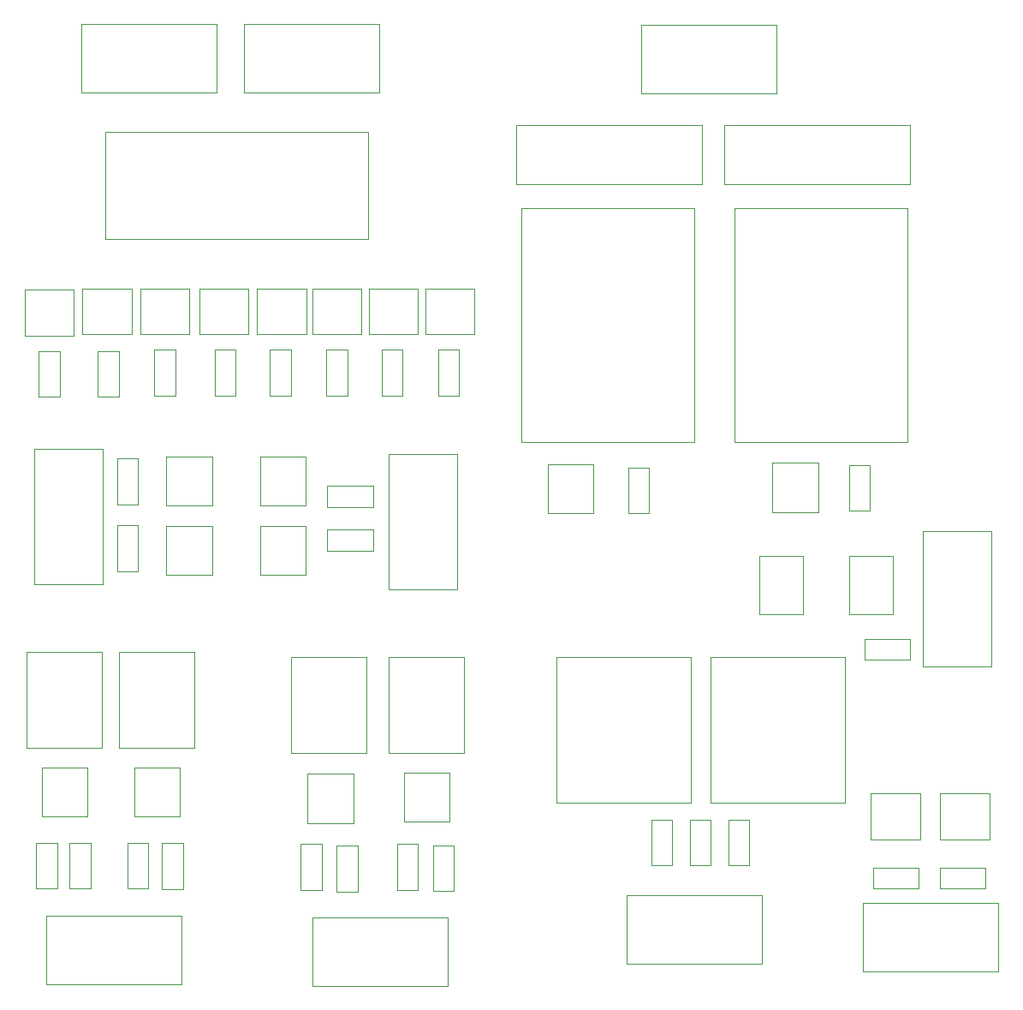
<source format=gbr>
%TF.GenerationSoftware,KiCad,Pcbnew,(5.1.10)-1*%
%TF.CreationDate,2022-03-14T15:34:22+00:00*%
%TF.ProjectId,testing_board,74657374-696e-4675-9f62-6f6172642e6b,rev?*%
%TF.SameCoordinates,Original*%
%TF.FileFunction,Other,User*%
%FSLAX46Y46*%
G04 Gerber Fmt 4.6, Leading zero omitted, Abs format (unit mm)*
G04 Created by KiCad (PCBNEW (5.1.10)-1) date 2022-03-14 15:34:22*
%MOMM*%
%LPD*%
G01*
G04 APERTURE LIST*
%ADD10C,0.050000*%
G04 APERTURE END LIST*
D10*
%TO.C,J8*%
X40096000Y-91623000D02*
X53496000Y-91623000D01*
X40096000Y-84873000D02*
X40096000Y-91623000D01*
X53496000Y-84873000D02*
X40096000Y-84873000D01*
X53496000Y-91623000D02*
X53496000Y-84873000D01*
%TO.C,D1*%
X55916000Y-158860000D02*
X55916000Y-163710000D01*
X60416000Y-158860000D02*
X55916000Y-158860000D01*
X60416000Y-163710000D02*
X60416000Y-158860000D01*
X55916000Y-163710000D02*
X60416000Y-163710000D01*
%TO.C,D2*%
X46391000Y-163837000D02*
X50891000Y-163837000D01*
X50891000Y-163837000D02*
X50891000Y-158987000D01*
X50891000Y-158987000D02*
X46391000Y-158987000D01*
X46391000Y-158987000D02*
X46391000Y-163837000D01*
%TO.C,D3*%
X29246000Y-163202000D02*
X33746000Y-163202000D01*
X33746000Y-163202000D02*
X33746000Y-158352000D01*
X33746000Y-158352000D02*
X29246000Y-158352000D01*
X29246000Y-158352000D02*
X29246000Y-163202000D01*
%TO.C,D4*%
X106941000Y-165445000D02*
X106941000Y-160945000D01*
X106941000Y-160945000D02*
X102091000Y-160945000D01*
X102091000Y-160945000D02*
X102091000Y-165445000D01*
X102091000Y-165445000D02*
X106941000Y-165445000D01*
%TO.C,D5*%
X108949000Y-165445000D02*
X113799000Y-165445000D01*
X108949000Y-160945000D02*
X108949000Y-165445000D01*
X113799000Y-160945000D02*
X108949000Y-160945000D01*
X113799000Y-165445000D02*
X113799000Y-160945000D01*
%TO.C,D6*%
X32421000Y-127618000D02*
X32421000Y-132468000D01*
X36921000Y-127618000D02*
X32421000Y-127618000D01*
X36921000Y-132468000D02*
X36921000Y-127618000D01*
X32421000Y-132468000D02*
X36921000Y-132468000D01*
%TO.C,D7*%
X32421000Y-139326000D02*
X36921000Y-139326000D01*
X36921000Y-139326000D02*
X36921000Y-134476000D01*
X36921000Y-134476000D02*
X32421000Y-134476000D01*
X32421000Y-134476000D02*
X32421000Y-139326000D01*
%TO.C,D8*%
X20102000Y-163202000D02*
X24602000Y-163202000D01*
X24602000Y-163202000D02*
X24602000Y-158352000D01*
X24602000Y-158352000D02*
X20102000Y-158352000D01*
X20102000Y-158352000D02*
X20102000Y-163202000D01*
%TO.C,D9*%
X35670000Y-115534000D02*
X40520000Y-115534000D01*
X35670000Y-111034000D02*
X35670000Y-115534000D01*
X40520000Y-111034000D02*
X35670000Y-111034000D01*
X40520000Y-115534000D02*
X40520000Y-111034000D01*
%TO.C,D10*%
X29828000Y-115534000D02*
X34678000Y-115534000D01*
X29828000Y-111034000D02*
X29828000Y-115534000D01*
X34678000Y-111034000D02*
X29828000Y-111034000D01*
X34678000Y-115534000D02*
X34678000Y-111034000D01*
%TO.C,D11*%
X24113000Y-115534000D02*
X28963000Y-115534000D01*
X24113000Y-111034000D02*
X24113000Y-115534000D01*
X28963000Y-111034000D02*
X24113000Y-111034000D01*
X28963000Y-115534000D02*
X28963000Y-111034000D01*
%TO.C,D12*%
X23248000Y-115661000D02*
X23248000Y-111161000D01*
X23248000Y-111161000D02*
X18398000Y-111161000D01*
X18398000Y-111161000D02*
X18398000Y-115661000D01*
X18398000Y-115661000D02*
X23248000Y-115661000D01*
%TO.C,D13*%
X46192000Y-139336000D02*
X46192000Y-134486000D01*
X41692000Y-139336000D02*
X46192000Y-139336000D01*
X41692000Y-134486000D02*
X41692000Y-139336000D01*
X46192000Y-134486000D02*
X41692000Y-134486000D01*
%TO.C,D14*%
X41692000Y-132468000D02*
X46192000Y-132468000D01*
X46192000Y-132468000D02*
X46192000Y-127618000D01*
X46192000Y-127618000D02*
X41692000Y-127618000D01*
X41692000Y-127618000D02*
X41692000Y-132468000D01*
%TO.C,D15*%
X58022000Y-115534000D02*
X62872000Y-115534000D01*
X58022000Y-111034000D02*
X58022000Y-115534000D01*
X62872000Y-111034000D02*
X58022000Y-111034000D01*
X62872000Y-115534000D02*
X62872000Y-111034000D01*
%TO.C,D16*%
X57284000Y-115534000D02*
X57284000Y-111034000D01*
X57284000Y-111034000D02*
X52434000Y-111034000D01*
X52434000Y-111034000D02*
X52434000Y-115534000D01*
X52434000Y-115534000D02*
X57284000Y-115534000D01*
%TO.C,D17*%
X46846000Y-115534000D02*
X51696000Y-115534000D01*
X46846000Y-111034000D02*
X46846000Y-115534000D01*
X51696000Y-111034000D02*
X46846000Y-111034000D01*
X51696000Y-115534000D02*
X51696000Y-111034000D01*
%TO.C,D18*%
X46235000Y-115534000D02*
X46235000Y-111034000D01*
X46235000Y-111034000D02*
X41385000Y-111034000D01*
X41385000Y-111034000D02*
X41385000Y-115534000D01*
X41385000Y-115534000D02*
X46235000Y-115534000D01*
%TO.C,J1*%
X46834000Y-173172000D02*
X46834000Y-179922000D01*
X46834000Y-179922000D02*
X60234000Y-179922000D01*
X60234000Y-179922000D02*
X60234000Y-173172000D01*
X60234000Y-173172000D02*
X46834000Y-173172000D01*
%TO.C,J2*%
X33945000Y-173045000D02*
X20545000Y-173045000D01*
X33945000Y-179795000D02*
X33945000Y-173045000D01*
X20545000Y-179795000D02*
X33945000Y-179795000D01*
X20545000Y-173045000D02*
X20545000Y-179795000D01*
%TO.C,J3*%
X114717000Y-171775000D02*
X101317000Y-171775000D01*
X114717000Y-178525000D02*
X114717000Y-171775000D01*
X101317000Y-178525000D02*
X114717000Y-178525000D01*
X101317000Y-171775000D02*
X101317000Y-178525000D01*
%TO.C,J4*%
X26091000Y-126844000D02*
X19341000Y-126844000D01*
X19341000Y-126844000D02*
X19341000Y-140244000D01*
X19341000Y-140244000D02*
X26091000Y-140244000D01*
X26091000Y-140244000D02*
X26091000Y-126844000D01*
%TO.C,J5*%
X77949000Y-171013000D02*
X77949000Y-177763000D01*
X77949000Y-177763000D02*
X91349000Y-177763000D01*
X91349000Y-177763000D02*
X91349000Y-171013000D01*
X91349000Y-171013000D02*
X77949000Y-171013000D01*
%TO.C,R1*%
X58767000Y-170595000D02*
X60867000Y-170595000D01*
X60867000Y-170595000D02*
X60867000Y-166055000D01*
X60867000Y-166055000D02*
X58767000Y-166055000D01*
X58767000Y-166055000D02*
X58767000Y-170595000D01*
%TO.C,R2*%
X51342000Y-166082000D02*
X49242000Y-166082000D01*
X49242000Y-166082000D02*
X49242000Y-170622000D01*
X49242000Y-170622000D02*
X51342000Y-170622000D01*
X51342000Y-170622000D02*
X51342000Y-166082000D01*
%TO.C,R3*%
X34070000Y-170368000D02*
X34070000Y-165828000D01*
X31970000Y-170368000D02*
X34070000Y-170368000D01*
X31970000Y-165828000D02*
X31970000Y-170368000D01*
X34070000Y-165828000D02*
X31970000Y-165828000D01*
%TO.C,R4*%
X106841000Y-170341000D02*
X106841000Y-168241000D01*
X106841000Y-168241000D02*
X102301000Y-168241000D01*
X102301000Y-168241000D02*
X102301000Y-170341000D01*
X102301000Y-170341000D02*
X106841000Y-170341000D01*
%TO.C,R5*%
X108905000Y-170341000D02*
X113445000Y-170341000D01*
X108905000Y-168241000D02*
X108905000Y-170341000D01*
X113445000Y-168241000D02*
X108905000Y-168241000D01*
X113445000Y-170341000D02*
X113445000Y-168241000D01*
%TO.C,R6*%
X27525000Y-132368000D02*
X29625000Y-132368000D01*
X29625000Y-132368000D02*
X29625000Y-127828000D01*
X29625000Y-127828000D02*
X27525000Y-127828000D01*
X27525000Y-127828000D02*
X27525000Y-132368000D01*
%TO.C,R7*%
X27525000Y-138972000D02*
X29625000Y-138972000D01*
X29625000Y-138972000D02*
X29625000Y-134432000D01*
X29625000Y-134432000D02*
X27525000Y-134432000D01*
X27525000Y-134432000D02*
X27525000Y-138972000D01*
%TO.C,R8*%
X55211000Y-165928000D02*
X55211000Y-170468000D01*
X57311000Y-165928000D02*
X55211000Y-165928000D01*
X57311000Y-170468000D02*
X57311000Y-165928000D01*
X55211000Y-170468000D02*
X57311000Y-170468000D01*
%TO.C,R9*%
X28541000Y-170341000D02*
X30641000Y-170341000D01*
X30641000Y-170341000D02*
X30641000Y-165801000D01*
X30641000Y-165801000D02*
X28541000Y-165801000D01*
X28541000Y-165801000D02*
X28541000Y-170341000D01*
%TO.C,R10*%
X19524000Y-165801000D02*
X19524000Y-170341000D01*
X21624000Y-165801000D02*
X19524000Y-165801000D01*
X21624000Y-170341000D02*
X21624000Y-165801000D01*
X19524000Y-170341000D02*
X21624000Y-170341000D01*
%TO.C,R11*%
X22826000Y-165801000D02*
X22826000Y-170341000D01*
X24926000Y-165801000D02*
X22826000Y-165801000D01*
X24926000Y-170341000D02*
X24926000Y-165801000D01*
X22826000Y-170341000D02*
X24926000Y-170341000D01*
%TO.C,R12*%
X45686000Y-165928000D02*
X45686000Y-170468000D01*
X47786000Y-165928000D02*
X45686000Y-165928000D01*
X47786000Y-170468000D02*
X47786000Y-165928000D01*
X45686000Y-170468000D02*
X47786000Y-170468000D01*
%TO.C,R13*%
X39277000Y-117060000D02*
X37177000Y-117060000D01*
X37177000Y-117060000D02*
X37177000Y-121600000D01*
X37177000Y-121600000D02*
X39277000Y-121600000D01*
X39277000Y-121600000D02*
X39277000Y-117060000D01*
%TO.C,R14*%
X33308000Y-121600000D02*
X33308000Y-117060000D01*
X31208000Y-121600000D02*
X33308000Y-121600000D01*
X31208000Y-117060000D02*
X31208000Y-121600000D01*
X33308000Y-117060000D02*
X31208000Y-117060000D01*
%TO.C,R15*%
X27720000Y-117187000D02*
X25620000Y-117187000D01*
X25620000Y-117187000D02*
X25620000Y-121727000D01*
X25620000Y-121727000D02*
X27720000Y-121727000D01*
X27720000Y-121727000D02*
X27720000Y-117187000D01*
%TO.C,R16*%
X21878000Y-121727000D02*
X21878000Y-117187000D01*
X19778000Y-121727000D02*
X21878000Y-121727000D01*
X19778000Y-117187000D02*
X19778000Y-121727000D01*
X21878000Y-117187000D02*
X19778000Y-117187000D01*
%TO.C,R17*%
X84167000Y-168055000D02*
X86267000Y-168055000D01*
X86267000Y-168055000D02*
X86267000Y-163515000D01*
X86267000Y-163515000D02*
X84167000Y-163515000D01*
X84167000Y-163515000D02*
X84167000Y-168055000D01*
%TO.C,R18*%
X101439000Y-145635000D02*
X101439000Y-147735000D01*
X101439000Y-147735000D02*
X105979000Y-147735000D01*
X105979000Y-147735000D02*
X105979000Y-145635000D01*
X105979000Y-145635000D02*
X101439000Y-145635000D01*
%TO.C,R19*%
X80357000Y-163515000D02*
X80357000Y-168055000D01*
X82457000Y-163515000D02*
X80357000Y-163515000D01*
X82457000Y-168055000D02*
X82457000Y-163515000D01*
X80357000Y-168055000D02*
X82457000Y-168055000D01*
%TO.C,R20*%
X78071000Y-133257000D02*
X80171000Y-133257000D01*
X80171000Y-133257000D02*
X80171000Y-128717000D01*
X80171000Y-128717000D02*
X78071000Y-128717000D01*
X78071000Y-128717000D02*
X78071000Y-133257000D01*
%TO.C,R21*%
X48326000Y-132622000D02*
X52866000Y-132622000D01*
X48326000Y-130522000D02*
X48326000Y-132622000D01*
X52866000Y-130522000D02*
X48326000Y-130522000D01*
X52866000Y-132622000D02*
X52866000Y-130522000D01*
%TO.C,R22*%
X61375000Y-121600000D02*
X61375000Y-117060000D01*
X59275000Y-121600000D02*
X61375000Y-121600000D01*
X59275000Y-117060000D02*
X59275000Y-121600000D01*
X61375000Y-117060000D02*
X59275000Y-117060000D01*
%TO.C,R23*%
X55787000Y-117060000D02*
X53687000Y-117060000D01*
X53687000Y-117060000D02*
X53687000Y-121600000D01*
X53687000Y-121600000D02*
X55787000Y-121600000D01*
X55787000Y-121600000D02*
X55787000Y-117060000D01*
%TO.C,R24*%
X50326000Y-121600000D02*
X50326000Y-117060000D01*
X48226000Y-121600000D02*
X50326000Y-121600000D01*
X48226000Y-117060000D02*
X48226000Y-121600000D01*
X50326000Y-117060000D02*
X48226000Y-117060000D01*
%TO.C,R25*%
X44738000Y-117060000D02*
X42638000Y-117060000D01*
X42638000Y-117060000D02*
X42638000Y-121600000D01*
X42638000Y-121600000D02*
X44738000Y-121600000D01*
X44738000Y-121600000D02*
X44738000Y-117060000D01*
%TO.C,RV1*%
X86227000Y-147405000D02*
X86227000Y-161805000D01*
X99527000Y-147405000D02*
X86227000Y-147405000D01*
X99527000Y-161805000D02*
X99527000Y-147405000D01*
X86227000Y-161805000D02*
X99527000Y-161805000D01*
%TO.C,RV2*%
X70987000Y-161805000D02*
X84287000Y-161805000D01*
X84287000Y-161805000D02*
X84287000Y-147405000D01*
X84287000Y-147405000D02*
X70987000Y-147405000D01*
X70987000Y-147405000D02*
X70987000Y-161805000D01*
%TO.C,SW1*%
X54630000Y-147448000D02*
X61630000Y-147448000D01*
X61880000Y-147698000D02*
X61880000Y-156698000D01*
X61630000Y-156948000D02*
X54630000Y-156948000D01*
X54380000Y-156698000D02*
X54380000Y-147698000D01*
X61880000Y-156948000D02*
X61880000Y-156698000D01*
X61630000Y-156948000D02*
X61880000Y-156948000D01*
X54380000Y-156948000D02*
X54380000Y-156698000D01*
X54630000Y-156948000D02*
X54380000Y-156948000D01*
X54380000Y-147448000D02*
X54630000Y-147448000D01*
X54380000Y-147698000D02*
X54380000Y-147448000D01*
X61880000Y-147448000D02*
X61630000Y-147448000D01*
X61880000Y-147698000D02*
X61880000Y-147448000D01*
%TO.C,SW2*%
X52228000Y-147698000D02*
X52228000Y-147448000D01*
X52228000Y-147448000D02*
X51978000Y-147448000D01*
X44728000Y-147698000D02*
X44728000Y-147448000D01*
X44728000Y-147448000D02*
X44978000Y-147448000D01*
X44978000Y-156948000D02*
X44728000Y-156948000D01*
X44728000Y-156948000D02*
X44728000Y-156698000D01*
X51978000Y-156948000D02*
X52228000Y-156948000D01*
X52228000Y-156948000D02*
X52228000Y-156698000D01*
X44728000Y-156698000D02*
X44728000Y-147698000D01*
X51978000Y-156948000D02*
X44978000Y-156948000D01*
X52228000Y-147698000D02*
X52228000Y-156698000D01*
X44978000Y-147448000D02*
X51978000Y-147448000D01*
%TO.C,SW3*%
X35210000Y-147190000D02*
X35210000Y-146940000D01*
X35210000Y-146940000D02*
X34960000Y-146940000D01*
X27710000Y-147190000D02*
X27710000Y-146940000D01*
X27710000Y-146940000D02*
X27960000Y-146940000D01*
X27960000Y-156440000D02*
X27710000Y-156440000D01*
X27710000Y-156440000D02*
X27710000Y-156190000D01*
X34960000Y-156440000D02*
X35210000Y-156440000D01*
X35210000Y-156440000D02*
X35210000Y-156190000D01*
X27710000Y-156190000D02*
X27710000Y-147190000D01*
X34960000Y-156440000D02*
X27960000Y-156440000D01*
X35210000Y-147190000D02*
X35210000Y-156190000D01*
X27960000Y-146940000D02*
X34960000Y-146940000D01*
%TO.C,SW4*%
X18816000Y-146940000D02*
X25816000Y-146940000D01*
X26066000Y-147190000D02*
X26066000Y-156190000D01*
X25816000Y-156440000D02*
X18816000Y-156440000D01*
X18566000Y-156190000D02*
X18566000Y-147190000D01*
X26066000Y-156440000D02*
X26066000Y-156190000D01*
X25816000Y-156440000D02*
X26066000Y-156440000D01*
X18566000Y-156440000D02*
X18566000Y-156190000D01*
X18816000Y-156440000D02*
X18566000Y-156440000D01*
X18566000Y-146940000D02*
X18816000Y-146940000D01*
X18566000Y-147190000D02*
X18566000Y-146940000D01*
X26066000Y-146940000D02*
X25816000Y-146940000D01*
X26066000Y-147190000D02*
X26066000Y-146940000D01*
%TO.C,U1*%
X99989000Y-143235000D02*
X99989000Y-137435000D01*
X104239000Y-143235000D02*
X104239000Y-137435000D01*
X104239000Y-143235000D02*
X99989000Y-143235000D01*
X104239000Y-137435000D02*
X99989000Y-137435000D01*
%TO.C,U2*%
X95349000Y-137435000D02*
X91099000Y-137435000D01*
X95349000Y-143235000D02*
X91099000Y-143235000D01*
X95349000Y-143235000D02*
X95349000Y-137435000D01*
X91099000Y-143235000D02*
X91099000Y-137435000D01*
%TO.C,J16*%
X107259000Y-148365000D02*
X114009000Y-148365000D01*
X114009000Y-148365000D02*
X114009000Y-134965000D01*
X114009000Y-134965000D02*
X107259000Y-134965000D01*
X107259000Y-134965000D02*
X107259000Y-148365000D01*
%TO.C,R26*%
X87977000Y-163515000D02*
X87977000Y-168055000D01*
X90077000Y-163515000D02*
X87977000Y-163515000D01*
X90077000Y-168055000D02*
X90077000Y-163515000D01*
X87977000Y-168055000D02*
X90077000Y-168055000D01*
%TO.C,D21*%
X92365000Y-133103000D02*
X96865000Y-133103000D01*
X96865000Y-133103000D02*
X96865000Y-128253000D01*
X96865000Y-128253000D02*
X92365000Y-128253000D01*
X92365000Y-128253000D02*
X92365000Y-133103000D01*
%TO.C,D22*%
X70140000Y-128380000D02*
X70140000Y-133230000D01*
X74640000Y-128380000D02*
X70140000Y-128380000D01*
X74640000Y-133230000D02*
X74640000Y-128380000D01*
X70140000Y-133230000D02*
X74640000Y-133230000D01*
%TO.C,J7*%
X37367000Y-91623000D02*
X37367000Y-84873000D01*
X37367000Y-84873000D02*
X23967000Y-84873000D01*
X23967000Y-84873000D02*
X23967000Y-91623000D01*
X23967000Y-91623000D02*
X37367000Y-91623000D01*
%TO.C,J9*%
X92739000Y-91750000D02*
X92739000Y-85000000D01*
X92739000Y-85000000D02*
X79339000Y-85000000D01*
X79339000Y-85000000D02*
X79339000Y-91750000D01*
X79339000Y-91750000D02*
X92739000Y-91750000D01*
%TO.C,R27*%
X52866000Y-136940000D02*
X52866000Y-134840000D01*
X52866000Y-134840000D02*
X48326000Y-134840000D01*
X48326000Y-134840000D02*
X48326000Y-136940000D01*
X48326000Y-136940000D02*
X52866000Y-136940000D01*
%TO.C,R28*%
X99915000Y-128463000D02*
X99915000Y-133003000D01*
X102015000Y-128463000D02*
X99915000Y-128463000D01*
X102015000Y-133003000D02*
X102015000Y-128463000D01*
X99915000Y-133003000D02*
X102015000Y-133003000D01*
%TO.C,RLY1*%
X105705000Y-103068000D02*
X88605000Y-103068000D01*
X88605000Y-126168000D02*
X88605000Y-103068000D01*
X105705000Y-126168000D02*
X88605000Y-126168000D01*
X105705000Y-103068000D02*
X105705000Y-126168000D01*
%TO.C,RLY2*%
X84623000Y-103068000D02*
X84623000Y-126168000D01*
X84623000Y-126168000D02*
X67523000Y-126168000D01*
X67523000Y-126168000D02*
X67523000Y-103068000D01*
X84623000Y-103068000D02*
X67523000Y-103068000D01*
%TO.C,U3*%
X26390000Y-106098000D02*
X52340000Y-106098000D01*
X52340000Y-106098000D02*
X52340000Y-95548000D01*
X52340000Y-95548000D02*
X26390000Y-95548000D01*
X26390000Y-95548000D02*
X26390000Y-106098000D01*
%TO.C,J6*%
X54427000Y-140745000D02*
X61177000Y-140745000D01*
X61177000Y-140745000D02*
X61177000Y-127345000D01*
X61177000Y-127345000D02*
X54427000Y-127345000D01*
X54427000Y-127345000D02*
X54427000Y-140745000D01*
%TO.C,D19*%
X105944000Y-100690000D02*
X105944000Y-94890000D01*
X105944000Y-94890000D02*
X87604000Y-94890000D01*
X87604000Y-94890000D02*
X87604000Y-100690000D01*
X87604000Y-100690000D02*
X105944000Y-100690000D01*
%TO.C,D20*%
X67030000Y-100690000D02*
X85370000Y-100690000D01*
X67030000Y-94890000D02*
X67030000Y-100690000D01*
X85370000Y-94890000D02*
X67030000Y-94890000D01*
X85370000Y-100690000D02*
X85370000Y-94890000D01*
%TD*%
M02*

</source>
